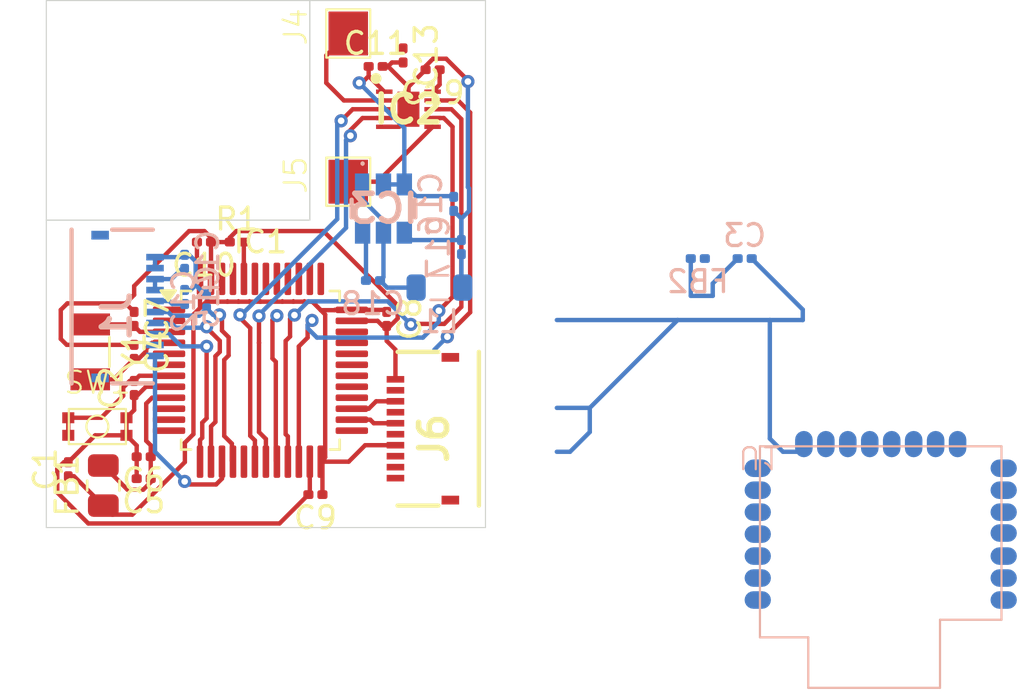
<source format=kicad_pcb>
(kicad_pcb (version 20241229) (generator "pcbnew") (generator_version "9.0")
  (layers (0 "F.Cu" signal) (2 "B.Cu" signal) (13 "F.Paste" user) (15 "B.Paste" user) (5 "F.SilkS" user "F.Silkscreen") (7 "B.SilkS" user "B.Silkscreen") (1 "F.Mask" user) (3 "B.Mask" user) (25 "Edge.Cuts" user))
  (net 0 "")
  (net 1 "+3.3V")
  (net 2 "GND")
  (net 3 "Net-(IC1-NRST)")
  (net 4 "Net-(C3-Pad2)")
  (net 5 "Net-(IC1-PC15-OSC32_OUT)")
  (net 6 "+3.3VA")
  (net 7 "Net-(IC1-PC14-OSC32_IN)")
  (net 8 "+5V")
  (net 9 "Net-(C12-Pad1)")
  (net 10 "DISP_ON{slash}OFF")
  (net 11 "Net-(IC2-BAT)")
  (net 12 "Net-(C17-Pad2)")
  (net 13 "Net-(IC3-BST)")
  (net 14 "VIN")
  (net 19 "BAT_INT")
  (net 20 "DISP_VCOM")
  (net 24 "DISP_MOSI")
  (net 27 "BAT_CE")
  (net 28 "DISP_SCS ")
  (net 29 "Net-(IC1-BOOT0)")
  (net 31 "PROG_SWCLK")
  (net 32 "BAT_SDA")
  (net 36 "PROG_SWDIO")
  (net 39 "BAT_GPO")
  (net 46 "DISP_SCK")
  (net 50 "BAT_SCL")
  (net 51 "Net-(IC2-TS{slash}MR)")
  (net 60 "BLE_NRST")
  (net 64 "BLE_RX")
  (net 70 "BLE_TX")
  (footprint "Resistor_SMD:R_0201_0603Metric" (layer "F.Cu") (at 147.175508 97.499475)
    (property "Reference" "R1")
    (property "Value" "10k")
  )
  (footprint "Capacitor_SMD:C_0201_0603Metric" (layer "F.Cu") (at 154.75 89 -90)
    (property "Reference" "C13")
    (property "Value" "1uF")
  )
  (footprint "Resistor_SMD:R_0805_2012Metric" (layer "F.Cu") (at 141.095631 108.588537 90)
    (property "Reference" "FB1")
    (property "Value" "FerriteBead")
  )
  (footprint "Capacitor_SMD:C_0201_0603Metric" (layer "F.Cu") (at 150.75499 109 180)
    (property "Reference" "C9")
    (property "Value" "100n")
  )
  (footprint "Capacitor_SMD:C_0201_0603Metric" (layer "F.Cu") (at 142.93539 108.274106 180)
    (property "Reference" "C5")
    (property "Value" "10nF")
  )
  (footprint "BQ25186DLHR:SON40P220X200X80-11N" (layer "F.Cu") (at 154.991446 91.45)
    (property "Reference" "IC2")
    (property "Value" "BQ25186DLHR" (hide yes))
  )
  (footprint "Capacitor_SMD:C_0201_0603Metric" (layer "F.Cu") (at 142.5 101 -90)
    (property "Reference" "C7")
    (property "Value" "10pF")
  )
  (footprint "Capacitor_SMD:C_0201_0603Metric" (layer "F.Cu") (at 142.93539 107.274106 180)
    (property "Reference" "C6")
    (property "Value" "1uF")
  )
  (footprint "Capacitor_SMD:C_0201_0603Metric" (layer "F.Cu") (at 154 101 -90)
    (property "Reference" "C8")
    (property "Value" "100n")
  )
  (footprint "AYF-531035:AYF531035" (layer "F.Cu") (at 154.5 106 90)
    (property "Reference" "J6")
    (property "Value" "AYF-531035" (hide yes))
  )
  (footprint "Capacitor_SMD:C_0201_0603Metric" (layer "F.Cu") (at 139.5 107.845 90)
    (property "Reference" "C1")
    (property "Value" "1uF")
  )
  (footprint "CUSTOM:SMD pad" (layer "F.Cu") (at 152.25 94.75 90)
    (property "Reference" "J5")
    (property "Value" "-")
  )
  (footprint "Package_QFP:LQFP-48_7x7mm_P0.5mm" (layer "F.Cu") (at 148.25 103.3375)
    (property "Reference" "IC1")
    (property "Value" "STM32L051C8T6")
  )
  (footprint "Capacitor_SMD:C_0201_0603Metric" (layer "F.Cu") (at 156.091446 89.65 180)
    (property "Reference" "C19")
    (property "Value" "1uF")
  )
  (footprint "Capacitor_SMD:C_0201_0603Metric" (layer "F.Cu") (at 145.68 97.5 180)
    (property "Reference" "C10")
    (property "Value" "100n")
  )
  (footprint "Capacitor_SMD:C_0201_0603Metric" (layer "F.Cu") (at 142.5 102.5 -90)
    (property "Reference" "C4")
    (property "Value" "10pF")
  )
  (footprint "CUSTOM:SMD pad" (layer "F.Cu") (at 152.25 88 90)
    (property "Reference" "J4")
    (property "Value" "+")
  )
  (footprint "Crystal:Crystal_SMD_3215-2Pin_3.2x1.5mm" (layer "F.Cu") (at 140.5 102.5 -90)
    (property "Reference" "Y1")
    (property "Value" "32,768k")
  )
  (footprint "CUSTOM:SWITCH small" (layer "F.Cu") (at 140.825 105.9)
    (property "Reference" "SW1")
    (property "Value" "SW_MEC_5G")
  )
  (footprint "Capacitor_SMD:C_0201_0603Metric" (layer "F.Cu") (at 153.5 89.5)
    (property "Reference" "C11")
    (property "Value" "10uF")
  )
  (footprint "Capacitor_SMD:C_0201_0603Metric" (layer "F.Cu") (at 142.5 104.144497 90)
    (property "Reference" "C2")
    (property "Value" "100nF")
  )
  (footprint "Inductor_SMD:L_0805_2012Metric" (layer "B.Cu") (at 156.40382 99.572467)
    (property "Reference" "L1")
    (property "Value" "4.9uH")
  )
  (footprint "Capacitor_SMD:C_0201_0603Metric" (layer "B.Cu") (at 153.37764 99.25)
    (property "Reference" "C18")
    (property "Value" "100nF")
  )
  (footprint "Resistor_SMD:R_0201_0603Metric" (layer "B.Cu") (at 168.17 98.25)
    (property "Reference" "FB2")
    (property "Value" "FerriteBead")
  )
  (footprint "AYF-531035:AYF531035" (layer "B.Cu") (at 143.35 100.435 90)
    (property "Reference" "J1")
    (property "Value" "AYF-531035" (hide yes))
  )
  (footprint "RYB080l:RYB080i" (layer "B.Cu") (at 171 106.8)
    (property "Reference" "U1")
    (property "Value" "RYB080I")
  )
  (footprint "Capacitor_SMD:C_0201_0603Metric" (layer "B.Cu") (at 144.8 100 90)
    (property "Reference" "C15")
    (property "Value" "1uF")
  )
  (footprint "Capacitor_SMD:C_0201_0603Metric" (layer "B.Cu") (at 157.054315 95.76083 -90)
    (property "Reference" "C16")
    (property "Value" "10uF")
  )
  (footprint "AP63203WU-7:AP63203WU7" (layer "B.Cu") (at 153.85382 95.973467)
    (property "Reference" "IC3")
    (property "Value" "AP63203WU-7" (hide yes))
  )
  (footprint "Capacitor_SMD:C_0201_0603Metric" (layer "B.Cu") (at 157.40382 97.727467 -90)
    (property "Reference" "C17")
    (property "Value" "2x 22uF")
  )
  (footprint "Capacitor_SMD:C_0201_0603Metric" (layer "B.Cu") (at 170.305 98.25 180)
    (property "Reference" "C3")
    (property "Value" "10uF")
  )
  (footprint "Capacitor_SMD:C_0201_0603Metric" (layer "B.Cu") (at 145.8 100.2 -90)
    (property "Reference" "C12")
    (property "Value" "0.1uF")
  )
  (footprint "Capacitor_SMD:C_0201_0603Metric" (layer "B.Cu") (at 144.8 98.4 90)
    (property "Reference" "C14")
    (property "Value" "1uF")
  )
  (gr_line (start 158.5 110.5) (end 158.5 86.5) (stroke (width 0.05)) (layer "Edge.Cuts"))
  (gr_line (start 158.5 86.5) (end 150.5 86.5) (stroke (width 0.05)) (layer "Edge.Cuts"))
  (gr_line (start 138.5 96.5) (end 138.5 110.5) (stroke (width 0.05)) (layer "Edge.Cuts"))
  (gr_rect (start 138.5 86.5) (end 150.5 96.5) (stroke (width 0.05)) (fill no) (layer "Edge.Cuts"))
  (gr_line (start 138.5 96.5) (end 150.5 96.5) (stroke (width 0.05)) (layer "Edge.Cuts"))
  (gr_line (start 150.5 96.5) (end 150.5 86.5) (stroke (width 0.05)) (layer "Edge.Cuts"))
  (gr_line (start 138.5 110.5) (end 158.5 110.5) (stroke (width 0.05)) (layer "Edge.Cuts"))
  (segment (start 149.267176 100.2135) (end 149.253676 100.2) (width 0.2) (layer "F.Cu") (net 1))
  (segment (start 153.021324 106.75) (end 152.271324 107.5) (width 0.2) (layer "F.Cu") (net 1))
  (segment (start 146.246324 100.2) (end 146.232824 100.2135) (width 0.2) (layer "F.Cu") (net 1))
  (segment (start 149.753676 100.2) (end 149.746324 100.2) (width 0.2) (layer "F.Cu") (net 1))
  (segment (start 148.753676 100.2) (end 148.746324 100.2) (width 0.2) (layer "F.Cu") (net 1))
  (segment (start 152.271324 107.5) (end 151 107.5) (width 0.2) (layer "F.Cu") (net 1))
  (segment (start 154 100.5875) (end 154.0125 100.5875) (width 0.2) (layer "F.Cu") (net 1))
  (segment (start 154.4 106.75) (end 153.021324 106.75) (width 0.2) (layer "F.Cu") (net 1))
  (segment (start 148.253676 100.2) (end 148.246324 100.2) (width 0.2) (layer "F.Cu") (net 1))
  (segment (start 152.4125 100.5875) (end 154 100.5875) (width 0.2) (layer "F.Cu") (net 1))
  (segment (start 151.641176 100.5875) (end 152.4125 100.5875) (width 0.2) (layer "F.Cu") (net 1))
  (segment (start 146.746324 100.2) (end 146.732824 100.2135) (width 0.2) (layer "F.Cu") (net 1))
  (segment (start 150.232824 100.2135) (end 149.767176 100.2135) (width 0.2) (layer "F.Cu") (net 1))
  (segment (start 151.2 100.8) (end 151 100.6) (width 0.2) (layer "F.Cu") (net 1))
  (segment (start 151 107.5) (end 151.2 107.3) (width 0.2) (layer "F.Cu") (net 1))
  (segment (start 146.253676 100.2) (end 146.246324 100.2) (width 0.2) (layer "F.Cu") (net 1))
  (segment (start 146.767176 100.2135) (end 146.753676 100.2) (width 0.2) (layer "F.Cu") (net 1))
  (segment (start 151.628676 100.6) (end 151.641176 100.5875) (width 0.2) (layer "F.Cu") (net 1))
  (segment (start 147.246324 100.2) (end 147.232824 100.2135) (width 0.2) (layer "F.Cu") (net 1))
  (segment (start 145.5 99.175) (end 145.5 98.5) (width 0.2) (layer "F.Cu") (net 1))
  (segment (start 144.809974 106.63635) (end 145.2 106.246324) (width 0.2) (layer "F.Cu") (net 1))
  (segment (start 147.767176 100.2135) (end 147.753676 100.2) (width 0.2) (layer "F.Cu") (net 1))
  (segment (start 147.232824 100.2135) (end 146.767176 100.2135) (width 0.2) (layer "F.Cu") (net 1))
  (segment (start 150.253676 100.2) (end 150.246324 100.2) (width 0.2) (layer "F.Cu") (net 1))
  (segment (start 150.246324 100.2) (end 150.232824 100.2135) (width 0.2) (layer "F.Cu") (net 1))
  (segment (start 145.5 98.5) (end 145.36 98.36) (width 0.2) (layer "F.Cu") (net 1))
  (segment (start 141.095631 109.501037) (end 141.507094 109.9125) (width 0.2) (layer "F.Cu") (net 1))
  (segment (start 149.253676 100.2) (end 149.246324 100.2) (width 0.2) (layer "F.Cu") (net 1))
  (segment (start 148.232824 100.2135) (end 147.767176 100.2135) (width 0.2) (layer "F.Cu") (net 1))
  (segment (start 151.07499 109) (end 151.07499 107.57499) (width 0.2) (layer "F.Cu") (net 1))
  (segment (start 149.232824 100.2135) (end 148.767176 100.2135) (width 0.2) (layer "F.Cu") (net 1))
  (segment (start 141.095631 109.501037) (end 139.759594 108.165) (width 0.2) (layer "F.Cu") (net 1))
  (segment (start 147.732824 100.2135) (end 147.267176 100.2135) (width 0.2) (layer "F.Cu") (net 1))
  (segment (start 139.759594 108.165) (end 139.5 108.165) (width 0.2) (layer "F.Cu") (net 1))
  (segment (start 146.753676 100.2) (end 146.746324 100.2) (width 0.2) (layer "F.Cu") (net 1))
  (segment (start 151.07499 107.57499) (end 151 107.5) (width 0.2) (layer "F.Cu") (net 1))
  (segment (start 151.2 107.3) (end 151.2 100.8) (width 0.2) (layer "F.Cu") (net 1))
  (segment (start 151 100.6) (end 150.6135 100.2135) (width 0.2) (layer "F.Cu") (net 1))
  (segment (start 147.253676 100.2) (end 147.246324 100.2) (width 0.2) (layer "F.Cu") (net 1))
  (segment (start 145.36 98.36) (end 145.36 97.5) (width 0.2) (layer "F.Cu") (net 1))
  (segment (start 141.507094 109.9125) (end 142.416866 109.9125) (width 0.2) (layer "F.Cu") (net 1))
  (segment (start 146.732824 100.2135) (end 146.267176 100.2135) (width 0.2) (layer "F.Cu") (net 1))
  (segment (start 149.732824 100.2135) (end 149.267176 100.2135) (width 0.2) (layer "F.Cu") (net 1))
  (segment (start 150.6135 100.2135) (end 150.267176 100.2135) (width 0.2) (layer "F.Cu") (net 1))
  (segment (start 145.2 100.8) (end 145.5 100.5) (width 0.2) (layer "F.Cu") (net 1))
  (segment (start 149.746324 100.2) (end 149.732824 100.2135) (width 0.2) (layer "F.Cu") (net 1))
  (segment (start 148.267176 100.2135) (end 148.253676 100.2) (width 0.2) (layer "F.Cu") (net 1))
  (segment (start 149.246324 100.2) (end 149.232824 100.2135) (width 0.2) (layer "F.Cu") (net 1))
  (segment (start 142.416866 109.9125) (end 144.809974 107.519392) (width 0.2) (layer "F.Cu") (net 1))
  (segment (start 145.5 100.5) (end 145.5 99.175) (width 0.2) (layer "F.Cu") (net 1))
  (segment (start 147.746324 100.2) (end 147.732824 100.2135) (width 0.2) (layer "F.Cu") (net 1))
  (segment (start 149.767176 100.2135) (end 149.753676 100.2) (width 0.2) (layer "F.Cu") (net 1))
  (segment (start 146.232824 100.2135) (end 145.7865 100.2135) (width 0.2) (layer "F.Cu") (net 1))
  (segment (start 148.767176 100.2135) (end 148.753676 100.2) (width 0.2) (layer "F.Cu") (net 1))
  (segment (start 154 100.68) (end 154 100.5875) (width 0.2) (layer "F.Cu") (net 1))
  (segment (start 145.2 106.246324) (end 145.2 100.8) (width 0.2) (layer "F.Cu") (net 1))
  (segment (start 147.267176 100.2135) (end 147.253676 100.2) (width 0.2) (layer "F.Cu") (net 1))
  (segment (start 147.753676 100.2) (end 147.746324 100.2) (width 0.2) (layer "F.Cu") (net 1))
  (segment (start 145.7865 100.2135) (end 145.5 100.5) (width 0.2) (layer "F.Cu") (net 1))
  (segment (start 150.267176 100.2135) (end 150.253676 100.2) (width 0.2) (layer "F.Cu") (net 1))
  (segment (start 148.746324 100.2) (end 148.732824 100.2135) (width 0.2) (layer "F.Cu") (net 1))
  (segment (start 148.246324 100.2) (end 148.232824 100.2135) (width 0.2) (layer "F.Cu") (net 1))
  (segment (start 151 100.6) (end 151.628676 100.6) (width 0.2) (layer "F.Cu") (net 1))
  (segment (start 144.809974 107.519392) (end 144.809974 106.63635) (width 0.2) (layer "F.Cu") (net 1))
  (segment (start 146.267176 100.2135) (end 146.253676 100.2) (width 0.2) (layer "F.Cu") (net 1))
  (segment (start 148.732824 100.2135) (end 148.267176 100.2135) (width 0.2) (layer "F.Cu") (net 1))
  (segment (start 153.85382 99.09382) (end 153.69764 99.25) (width 0.2) (layer "B.Cu") (net 1))
  (segment (start 155.34132 99.572467) (end 154.020107 99.572467) (width 0.2) (layer "B.Cu") (net 1))
  (segment (start 152.90382 95.574467) (end 153.85382 96.524467) (width 0.2) (layer "B.Cu") (net 1))
  (segment (start 144.665 98.72) (end 144.8 98.72) (width 0.2) (layer "B.Cu") (net 1))
  (segment (start 153.85382 96.524467) (end 153.85382 97.072467) (width 0.2) (layer "B.Cu") (net 1))
  (segment (start 154.020107 99.572467) (end 153.69764 99.25) (width 0.2) (layer "B.Cu") (net 1))
  (segment (start 144.2 99.185) (end 144.665 98.72) (width 0.2) (layer "B.Cu") (net 1))
  (segment (start 152.90382 94.874467) (end 152.90382 95.574467) (width 0.2) (layer "B.Cu") (net 1))
  (segment (start 153.85382 97.072467) (end 153.85382 99.09382) (width 0.2) (layer "B.Cu") (net 1))
  (segment (start 143.45 99.685) (end 143.45 99.185) (width 0.2) (layer "B.Cu") (net 1))
  (segment (start 143.45 99.185) (end 144.2 99.185) (width 0.2) (layer "B.Cu") (net 1))
  (segment (start 156.710316 89.149) (end 156.112576 89.149) (width 0.2) (layer "F.Cu") (net 2))
  (segment (start 142.5 105.15) (end 142.15 105.5) (width 0.2) (layer "F.Cu") (net 2))
  (segment (start 154 102) (end 154.4 102.4) (width 0.2) (layer "F.Cu") (net 2))
  (segment (start 157.7 90.188684) (end 157.7 90.138684) (width 0.2) (layer "F.Cu") (net 2))
  (segment (start 154 101.32) (end 154 102) (width 0.2) (layer "F.Cu") (net 2))
  (segment (start 139.5 107.525) (end 140.725 106.3) (width 0.2) (layer "F.Cu") (net 2))
  (segment (start 154.061446 89.5) (end 154.991446 90.43) (width 0.2) (layer "F.Cu") (net 2))
  (segment (start 138.999 107.826001) (end 139.300001 107.525) (width 0.2) (layer "F.Cu") (net 2))
  (segment (start 142.61539 107.274106) (end 142.61539 108.274106) (width 0.2) (layer "F.Cu") (net 2))
  (segment (start 156.112576 89.149) (end 155.771446 89.49013) (width 0.2) (layer "F.Cu") (net 2))
  (segment (start 153.82 101.32) (end 154 101.32) (width 0.2) (layer "F.Cu") (net 2))
  (segment (start 142.5 104.464497) (end 142.5 105.15) (width 0.2) (layer "F.Cu") (net 2))
  (segment (start 144.0875 104.0875) (end 143.036867 104.0875) (width 0.2) (layer "F.Cu") (net 2))
  (segment (start 154.991446 91.45) (end 154.991446 91.827) (width 0.2) (layer "F.Cu") (net 2))
  (segment (start 140.410471 110.314537) (end 138.999 108.903066) (width 0.2) (layer "F.Cu") (net 2))
  (segment (start 150.5 108.93499) (end 149.120453 110.314537) (width 0.2) (layer "F.Cu") (net 2))
  (segment (start 154.568446 92.25) (end 153.891446 92.25) (width 0.2) (layer "F.Cu") (net 2))
  (segment (start 143.036867 104.0875) (end 142.65987 104.464497) (width 0.2) (layer "F.Cu") (net 2))
  (segment (start 153.82 89.5) (end 154.061446 89.5) (width 0.2) (layer "F.Cu") (net 2))
  (segment (start 154.75 89.32) (end 154.241446 89.32) (width 0.2) (layer "F.Cu") (net 2))
  (segment (start 150.43499 109) (end 150.5 108.93499) (width 0.2) (layer "F.Cu") (net 2))
  (segment (start 142.111516 100.291516) (end 139.456484 100.291516) (width 0.2) (layer "F.Cu") (net 2))
  (segment (start 146 97.300001) (end 146 97.5) (width 0.2) (layer "F.Cu") (net 2))
  (segment (start 149.120453 110.314537) (end 140.410471 110.314537) (width 0.2) (layer "F.Cu") (net 2))
  (segment (start 147.156509 96.998475) (end 146.855508 97.299476) (width 0.2) (layer "F.Cu") (net 2))
  (segment (start 153.5875 101.0875) (end 152.4125 101.0875) (width 0.2) (layer "F.Cu") (net 2))
  (segment (start 142.5 102.18) (end 139.428 102.18) (width 0.2) (layer "F.Cu") (net 2))
  (segment (start 142.111516 100.291516) (end 142.5 100.68) (width 0.2) (layer "F.Cu") (net 2))
  (segment (start 145.001 96.999) (end 145.698999 96.999) (width 0.2) (layer "F.Cu") (net 2))
  (segment (start 139.456484 100.291516) (end 139.157786 100.590214) (width 0.2) (layer "F.Cu") (net 2))
  (segment (start 150.5 108.93499) (end 150.5 107.5) (width 0.2) (layer "F.Cu") (net 2))
  (segment (start 154.241446 89.32) (end 154.061446 89.5) (width 0.2) (layer "F.Cu") (net 2))
  (segment (start 140.725 106.3) (end 142.15 106.3) (width 0.2) (layer "F.Cu") (net 2))
  (segment (start 154.991446 90.45) (end 154.991446 91.45) (width 0.2) (layer "F.Cu") (net 2))
  (segment (start 153.5875 101.0875) (end 153.82 101.32) (width 0.2) (layer "F.Cu") (net 2))
  (segment (start 154.15987 101.32) (end 154.501 100.97887) (width 0.2) (layer "F.Cu") (net 2))
  (segment (start 142.5 99.903032) (end 142.5 99.5) (width 0.2) (layer "F.Cu") (net 2))
  (segment (start 146.855508 97.299476) (end 146.855508 97.499475) (width 0.2) (layer "F.Cu") (net 2))
  (segment (start 155.771446 89.49013) (end 155.771446 89.65) (width 0.2) (layer "F.Cu") (net 2))
  (segment (start 146 99.175) (end 146 97.5) (width 0.2) (layer "F.Cu") (net 2))
  (segment (start 154.991446 91.827) (end 154.568446 92.25) (width 0.2) (layer "F.Cu") (net 2))
  (segment (start 145.698999 96.999) (end 146 97.300001) (width 0.2) (layer "F.Cu") (net 2))
  (segment (start 151.118345 96.998475) (end 147.156509 96.998475) (width 0.2) (layer "F.Cu") (net 2))
  (segment (start 139.157786 100.590214) (end 139.157786 101.909786) (width 0.2) (layer "F.Cu") (net 2))
  (segment (start 155.771446 89.65) (end 154.991446 90.43) (width 0.2) (layer "F.Cu") (net 2))
  (segment (start 142.61539 107.274106) (end 142.61539 106.76539) (width 0.2) (layer "F.Cu") (net 2))
  (segment (start 138.999 108.903066) (end 138.999 107.826001) (width 0.2) (layer "F.Cu") (net 2))
  (segment (start 154.501 100.97887) (end 154.501 100.38113) (width 0.2) (layer "F.Cu") (net 2))
  (segment (start 142.65987 104.464497) (end 142.5 104.464497) (width 0.2) (layer "F.Cu") (net 2))
  (segment (start 139.428 102.18) (end 139.157786 101.909786) (width 0.2) (layer "F.Cu") (net 2))
  (segment (start 142.5 99.5) (end 145.001 96.999) (width 0.2) (layer "F.Cu") (net 2))
  (segment (start 157.7 90.138684) (end 156.710316 89.149) (width 0.2) (layer "F.Cu") (net 2))
  (segment (start 154 101.32) (end 154.15987 101.32) (width 0.2) (layer "F.Cu") (net 2))
  (segment (start 154.501 100.38113) (end 151.118345 96.998475) (width 0.2) (layer "F.Cu") (net 2))
  (segment (start 154.991446 90.43) (end 154.991446 91.45) (width 0.2) (layer "F.Cu") (net 2))
  (segment (start 142.15 105.5) (end 142.15 106.3) (width 0.2) (layer "F.Cu") (net 2))
  (segment (start 146 97.5) (end 146.854983 97.5) (width 0.2) (layer "F.Cu") (net 2))
  (segment (start 146.854983 97.5) (end 146.855508 97.499475) (width 0.2) (layer "F.Cu") (net 2))
  (segment (start 142.111516 100.291516) (end 142.5 99.903032) (width 0.2) (layer "F.Cu") (net 2))
  (segment (start 154.4 102.4) (end 154.4 103.75) (width 0.2) (layer "F.Cu") (net 2))
  (segment (start 139.300001 107.525) (end 139.5 107.525) (width 0.2) (layer "F.Cu") (net 2))
  (segment (start 142.61539 106.76539) (end 142.15 106.3) (width 0.2) (layer "F.Cu") (net 2))
  (via (at 157.7 90.188684) (size 0.6) (drill 0.3) (layers "F.Cu" "B.Cu") (net 2))
  (segment (start 172.95 107.05) (end 172.05 107.05) (width 0.2) (layer "B.Cu") (net 2))
  (segment (start 171.45 101.05) (end 172.95 101.05) (width 0.2) (layer "B.Cu") (net 2))
  (segment (start 170.625 98.25) (end 172.95 100.575) (width 0.2) (layer "B.Cu") (net 2))
  (segment (start 167.25 101.05) (end 171.45 101.05) (width 0.2) (layer "B.Cu") (net 2))
  (segment (start 157.40382 97.407467) (end 155.13882 97.407467) (width 0.2) (layer "B.Cu") (net 2))
  (segment (start 157.7 90.188684) (end 157.7 95) (width 0.2) (layer "B.Cu") (net 2))
  (segment (start 161.75 105.05) (end 163.25 105.05) (width 0.2) (layer "B.Cu") (net 2))
  (segment (start 171.45 106.45) (end 171.45 101.05) (width 0.2) (layer "B.Cu") (net 2))
  (segment (start 157.7 95) (end 157.75 95.05) (width 0.2) (layer "B.Cu") (net 2))
  (segment (start 157.75 96.084155) (end 157.40382 96.430335) (width 0.2) (layer "B.Cu") (net 2))
  (segment (start 155.13882 97.407467) (end 154.80382 97.072467) (width 0.2) (layer "B.Cu") (net 2))
  (segment (start 163.25 105.05) (end 167.25 101.05) (width 0.2) (layer "B.Cu") (net 2))
  (segment (start 172.95 100.575) (end 172.95 101.05) (width 0.2) (layer "B.Cu") (net 2))
  (segment (start 162.349999 107.05) (end 163.25 106.149999) (width 0.2) (layer "B.Cu") (net 2))
  (segment (start 172.05 107.05) (end 171.45 106.45) (width 0.2) (layer "B.Cu") (net 2))
  (segment (start 157.054315 96.08083) (end 157.40382 96.430335) (width 0.2) (layer "B.Cu") (net 2))
  (segment (start 157.40382 96.430335) (end 157.40382 97.407467) (width 0.2) (layer "B.Cu") (net 2))
  (segment (start 157.75 95.05) (end 157.75 96.084155) (width 0.2) (layer "B.Cu") (net 2))
  (segment (start 161.75 101.05) (end 167.25 101.05) (width 0.2) (layer "B.Cu") (net 2))
  (segment (start 163.25 106.149999) (end 163.25 105.05) (width 0.2) (layer "B.Cu") (net 2))
  (segment (start 161.75 107.05) (end 162.349999 107.05) (width 0.2) (layer "B.Cu") (net 2))
  (segment (start 139.5 106.3) (end 139.5 105.5) (width 0.2) (layer "F.Cu") (net 3))
  (segment (start 142.300001 103.824497) (end 142 104.124498) (width 0.2) (layer "F.Cu") (net 3))
  (segment (start 142.5 103.824497) (end 142.300001 103.824497) (width 0.2) (layer "F.Cu") (net 3))
  (segment (start 142.5 103.824497) (end 142.736997 103.5875) (width 0.2) (layer "F.Cu") (net 3))
  (segment (start 142 104.5) (end 141 105.5) (width 0.2) (layer "F.Cu") (net 3))
  (segment (start 142.736997 103.5875) (end 144.0875 103.5875) (width 0.2) (layer "F.Cu") (net 3))
  (segment (start 141 105.5) (end 139.5 105.5) (width 0.2) (layer "F.Cu") (net 3))
  (segment (start 142 104.124498) (end 142 104.5) (width 0.2) (layer "F.Cu") (net 3))
  (segment (start 167.85 99.95) (end 167.85 98.25) (width 0.2) (layer "B.Cu") (net 4))
  (segment (start 169.985 98.25) (end 168.85 99.385) (width 0.2) (layer "B.Cu") (net 4))
  (segment (start 168.85 99.95) (end 167.85 99.95) (width 0.2) (layer "B.Cu") (net 4))
  (segment (start 168.85 99.385) (end 168.85 99.95) (width 0.2) (layer "B.Cu") (net 4))
  (segment (start 143.316176 102.0875) (end 144.0875 102.0875) (width 0.2) (layer "F.Cu") (net 5))
  (segment (start 142.5 102.82) (end 142.699999 102.82) (width 0.2) (layer "F.Cu") (net 5))
  (segment (start 143.049 102.354676) (end 143.316176 102.0875) (width 0.2) (layer "F.Cu") (net 5))
  (segment (start 141.57 103.75) (end 142.5 102.82) (width 0.2) (layer "F.Cu") (net 5))
  (segment (start 140.5 103.75) (end 141.57 103.75) (width 0.2) (layer "F.Cu") (net 5))
  (segment (start 143.049 102.470999) (end 143.049 102.354676) (width 0.2) (layer "F.Cu") (net 5))
  (segment (start 142.699999 102.82) (end 143.049 102.470999) (width 0.2) (layer "F.Cu") (net 5))
  (segment (start 143.316176 104.5875) (end 144.0875 104.5875) (width 0.2) (layer "F.Cu") (net 6))
  (segment (start 143.25539 108.274106) (end 143.25539 108.433976) (width 0.2) (layer "F.Cu") (net 6))
  (segment (start 143.25539 107.274106) (end 143.25539 106.75539) (width 0.2) (layer "F.Cu") (net 6))
  (segment (start 143.049 106.549) (end 143.049 104.854676) (width 0.2) (layer "F.Cu") (net 6))
  (segment (start 143.049 104.854676) (end 143.316176 104.5875) (width 0.2) (layer "F.Cu") (net 6))
  (segment (start 143.25539 107.274106) (end 143.25539 108.274106) (width 0.2) (layer "F.Cu") (net 6))
  (segment (start 142.1947 108.775106) (end 141.095631 107.676037) (width 0.2) (layer "F.Cu") (net 6))
  (segment (start 143.25539 106.75539) (end 143.049 106.549) (width 0.2) (layer "F.Cu") (net 6))
  (segment (start 142.91426 108.775106) (end 142.1947 108.775106) (width 0.2) (layer "F.Cu") (net 6))
  (segment (start 143.25539 108.433976) (end 142.91426 108.775106) (width 0.2) (layer "F.Cu") (net 6))
  (segment (start 144.237 100.32) (end 144.102 100.185) (width 0.2) (layer "B.Cu") (net 6))
  (segment (start 144.102 100.185) (end 143.45 100.185) (width 0.2) (layer "B.Cu") (net 6))
  (segment (start 144.8 100.32) (end 144.237 100.32) (width 0.2) (layer "B.Cu") (net 6))
  (segment (start 142.7675 101.5875) (end 144.0875 101.5875) (width 0.2) (layer "F.Cu") (net 7))
  (segment (start 142.43 101.25) (end 142.5 101.32) (width 0.2) (layer "F.Cu") (net 7))
  (segment (start 140.5 101.25) (end 142.43 101.25) (width 0.2) (layer "F.Cu") (net 7))
  (segment (start 142.5 101.32) (end 142.7675 101.5875) (width 0.2) (layer "F.Cu") (net 7))
  (segment (start 153.891446 90.65) (end 153.18 89.938554) (width 0.2) (layer "F.Cu") (net 8))
  (segment (start 153.18 89.938554) (end 153.18 89.5) (width 0.2) (layer "F.Cu") (net 8))
  (segment (start 152.75 90.25) (end 152.868554 90.25) (width 0.2) (layer "F.Cu") (net 8))
  (segment (start 152.868554 90.25) (end 153.18 89.938554) (width 0.2) (layer "F.Cu") (net 8))
  (via (at 152.75 90.25) (size 0.6) (drill 0.3) (layers "F.Cu" "B.Cu") (net 8))
  (segment (start 154.80382 92.30382) (end 154.80382 94.874467) (width 0.2) (layer "B.Cu") (net 8))
  (segment (start 152.75 90.25) (end 154.80382 92.30382) (width 0.2) (layer "B.Cu") (net 8))
  (segment (start 157.054315 95.44083) (end 157.020952 95.407467) (width 0.2) (layer "B.Cu") (net 8))
  (segment (start 157.020952 95.407467) (end 155.33682 95.407467) (width 0.2) (layer "B.Cu") (net 8))
  (segment (start 153.85382 94.874467) (end 154.80382 94.874467) (width 0.2) (layer "B.Cu") (net 8))
  (segment (start 155.33682 95.407467) (end 154.80382 94.874467) (width 0.2) (layer "B.Cu") (net 8))
  (segment (start 145.8 99.88) (end 145.722 99.88) (width 0.2) (layer "B.Cu") (net 9))
  (segment (start 144.999999 98.08) (end 144.8 98.08) (width 0.2) (layer "B.Cu") (net 9))
  (segment (start 145.301 99.459) (end 145.301 98.381001) (width 0.2) (layer "B.Cu") (net 9))
  (segment (start 143.45 98.185) (end 144.57 98.185) (width 0.2) (layer "B.Cu") (net 9))
  (segment (start 145.08 99.68) (end 145.301 99.459) (width 0.2) (layer "B.Cu") (net 9))
  (segment (start 144.8 99.68) (end 145.08 99.68) (width 0.2) (layer "B.Cu") (net 9))
  (segment (start 144.57 98.185) (end 144.675 98.08) (width 0.2) (layer "B.Cu") (net 9))
  (segment (start 145.301 98.381001) (end 144.999999 98.08) (width 0.2) (layer "B.Cu") (net 9))
  (segment (start 143.45 98.685) (end 143.45 98.185) (width 0.2) (layer "B.Cu") (net 9))
  (segment (start 144.675 98.08) (end 144.8 98.08) (width 0.2) (layer "B.Cu") (net 9))
  (segment (start 145.722 99.88) (end 145.301 99.459) (width 0.2) (layer "B.Cu") (net 9))
  (segment (start 146.602 102.86357) (end 146.602 106.330676) (width 0.2) (layer "F.Cu") (net 10))
  (segment (start 146.5 100.925719) (end 146.5 101.531484) (width 0.2) (layer "F.Cu") (net 10))
  (segment (start 146.602 106.330676) (end 146.951 106.679676) (width 0.2) (layer "F.Cu") (net 10))
  (segment (start 146.5 101.531484) (end 146.802 101.833484) (width 0.2) (layer "F.Cu") (net 10))
  (segment (start 146.951 106.679676) (end 146.951 107.451) (width 0.2) (layer "F.Cu") (net 10))
  (segment (start 146.951 107.451) (end 147 107.5) (width 0.2) (layer "F.Cu") (net 10))
  (segment (start 146.802 101.833484) (end 146.802 102.66357) (width 0.2) (layer "F.Cu") (net 10))
  (segment (start 146.802 102.66357) (end 146.602 102.86357) (width 0.2) (layer "F.Cu") (net 10))
  (segment (start 146.387781 100.8135) (end 146.5 100.925719) (width 0.2) (layer "F.Cu") (net 10))
  (via (at 146.387781 100.8135) (size 0.6) (drill 0.3) (layers "F.Cu" "B.Cu") (net 10))
  (segment (start 144.05 100.685) (end 143.45 100.685) (width 0.2) (layer "B.Cu") (net 10))
  (segment (start 145.8 100.52) (end 145.469 100.851) (width 0.2) (layer "B.Cu") (net 10))
  (segment (start 144.216 100.851) (end 144.05 100.685) (width 0.2) (layer "B.Cu") (net 10))
  (segment (start 146.0935 100.8135) (end 145.8 100.52) (width 0.2) (layer "B.Cu") (net 10))
  (segment (start 146.387781 100.8135) (end 146.0935 100.8135) (width 0.2) (layer "B.Cu") (net 10))
  (segment (start 145.469 100.851) (end 144.216 100.851) (width 0.2) (layer "B.Cu") (net 10))
  (segment (start 152.25 88) (end 151.25 89) (width 0.2) (layer "F.Cu") (net 11))
  (segment (start 152.68 88.07) (end 152.25 88.5) (width 0.2) (layer "F.Cu") (net 11))
  (segment (start 153.891446 91.05) (end 152.05 91.05) (width 0.2) (layer "F.Cu") (net 11))
  (segment (start 151.25 89) (end 151.25 90.25) (width 0.2) (layer "F.Cu") (net 11))
  (segment (start 152.05 91.05) (end 151.25 90.25) (width 0.2) (layer "F.Cu") (net 11))
  (segment (start 157.40382 98.047467) (end 157.40382 99.509967) (width 0.2) (layer "B.Cu") (net 12))
  (segment (start 157.40382 99.509967) (end 157.46632 99.572467) (width 0.2) (layer "B.Cu") (net 12))
  (segment (start 153.05764 97.226287) (end 152.90382 97.072467) (width 0.2) (layer "B.Cu") (net 13))
  (segment (start 153.05764 99.25) (end 153.05764 97.226287) (width 0.2) (layer "B.Cu") (net 13))
  (segment (start 156.411446 90.33) (end 156.411446 89.65) (width 0.2) (layer "F.Cu") (net 14))
  (segment (start 156.091446 90.65) (end 156.411446 90.33) (width 0.2) (layer "F.Cu") (net 14))
  (segment (start 148.951 107.451) (end 149 107.5) (width 0.2) (layer "F.Cu") (net 19))
  (segment (start 148.799 101.049529) (end 148.799 102.8) (width 0.2) (layer "F.Cu") (net 19))
  (segment (start 156.091446 91.05) (end 157.25 91.05) (width 0.2) (layer "F.Cu") (net 19))
  (segment (start 157.802 100.698) (end 157.802 91.602) (width 0.2) (layer "F.Cu") (net 19))
  (segment (start 157.802 91.602) (end 157.25 91.05) (width 0.2) (layer "F.Cu") (net 19))
  (segment (start 148.951 102.952) (end 148.951 107.451) (width 0.2) (layer "F.Cu") (net 19))
  (segment (start 156.764279 101.764279) (end 156.75 101.75) (width 0.2) (layer "F.Cu") (net 19))
  (segment (start 149.000357 100.848172) (end 148.799 101.049529) (width 0.2) (layer "F.Cu") (net 19))
  (segment (start 156.764279 101.809358) (end 156.764279 101.764279) (width 0.2) (layer "F.Cu") (net 19))
  (segment (start 156.75 101.75) (end 157.802 100.698) (width 0.2) (layer "F.Cu") (net 19))
  (segment (start 148.799 102.8) (end 148.951 102.952) (width 0.2) (layer "F.Cu") (net 19))
  (via (at 149.000357 100.848172) (size 0.6) (drill 0.3) (layers "F.Cu" "B.Cu") (net 19))
  (via (at 156.764279 101.809358) (size 0.6) (drill 0.3) (layers "F.Cu" "B.Cu") (net 19))
  (segment (start 156.173637 102.4) (end 156.764279 101.809358) (width 0.2) (layer "B.Cu") (net 19))
  (segment (start 146.002 107.498) (end 146.002 105.889365) (width 0.2) (layer "F.Cu") (net 20))
  (segment (start 146.201 102.69747) (end 146.201 105.690365) (width 0.2) (layer "F.Cu") (net 20))
  (segment (start 146.401 101.999584) (end 146.401 102.49747) (width 0.2) (layer "F.Cu") (net 20))
  (segment (start 146.401 102.49747) (end 146.201 102.69747) (width 0.2) (layer "F.Cu") (net 20))
  (segment (start 145.8 101.4) (end 146.047527 101.647527) (width 0.2) (layer "F.Cu") (net 20))
  (segment (start 146.002 105.889365) (end 146.201 105.690365) (width 0.2) (layer "F.Cu") (net 20))
  (segment (start 146 107.5) (end 146.002 107.498) (width 0.2) (layer "F.Cu") (net 20))
  (segment (start 146.047527 101.647527) (end 146.048943 101.647527) (width 0.2) (layer "F.Cu") (net 20))
  (segment (start 145.8 101.356191) (end 145.8 101.4) (width 0.2) (layer "F.Cu") (net 20))
  (segment (start 146.048943 101.647527) (end 146.401 101.999584) (width 0.2) (layer "F.Cu") (net 20))
  (via (at 145.8 101.356191) (size 0.6) (drill 0.3) (layers "F.Cu" "B.Cu") (net 20))
  (segment (start 144.252 101.252) (end 144.0499 101.252) (width 0.2) (layer "B.Cu") (net 20))
  (segment (start 144.4 101.4) (end 144.252 101.252) (width 0.2) (layer "B.Cu") (net 20))
  (segment (start 144.0499 101.252) (end 143.9829 101.185) (width 0.2) (layer "B.Cu") (net 20))
  (segment (start 145.756191 101.4) (end 144.4 101.4) (width 0.2) (layer "B.Cu") (net 20))
  (segment (start 143.9829 101.185) (end 143.45 101.185) (width 0.2) (layer "B.Cu") (net 20))
  (segment (start 145.8 101.356191) (end 145.756191 101.4) (width 0.2) (layer "B.Cu") (net 20))
  (segment (start 148.185198 102.086122) (end 148.186196 102.08712) (width 0.2) (layer "F.Cu") (net 27))
  (segment (start 148.185198 100.863332) (end 148.185198 102.086122) (width 0.2) (layer "F.Cu") (net 27))
  (segment (start 152.348 92.402) (end 152.9 91.85) (width 0.2) (layer "F.Cu") (net 27))
  (segment (start 148.186196 106.153622) (end 148.5 106.467426) (width 0.2) (layer "F.Cu") (net 27))
  (segment (start 152.9 91.85) (end 153.891446 91.85) (width 0.2) (layer "F.Cu") (net 27))
  (segment (start 152.348 92.656113) (end 152.348 92.402) (width 0.2) (layer "F.Cu") (net 27))
  (segment (start 148.186196 102.08712) (end 148.186196 106.153622) (width 0.2) (layer "F.Cu") (net 27))
  (segment (start 148.5 106.467426) (end 148.5 107.5) (width 0.2) (layer "F.Cu") (net 27))
  (via (at 148.185198 100.863332) (size 0.6) (drill 0.3) (layers "F.Cu" "B.Cu") (net 27))
  (via (at 152.348 92.656113) (size 0.6) (drill 0.3) (layers "F.Cu" "B.Cu") (net 27))
  (segment (start 152.149 92.855113) (end 152.348 92.656113) (width 0.2) (layer "B.Cu") (net 27))
  (segment (start 148.185198 100.863332) (end 148.185198 100.814802) (width 0.2) (layer "B.Cu") (net 27))
  (segment (start 148.185198 100.814802) (end 152.149 96.851) (width 0.2) (layer "B.Cu") (net 27))
  (segment (start 152.149 96.851) (end 152.149 92.855113) (width 0.2) (layer "B.Cu") (net 27))
  (segment (start 145.8 105.524265) (end 145.601 105.723265) (width 0.2) (layer "F.Cu") (net 28))
  (segment (start 145.5 106.513424) (end 145.5 107.5) (width 0.2) (layer "F.Cu") (net 28))
  (segment (start 145.8 102.248527) (end 145.8 105.524265) (width 0.2) (layer "F.Cu") (net 28))
  (segment (start 145.601 106.412424) (end 145.5 106.513424) (width 0.2) (layer "F.Cu") (net 28))
  (segment (start 145.601 105.723265) (end 145.601 106.412424) (width 0.2) (layer "F.Cu") (net 28))
  (via (at 145.8 102.248527) (size 0.6) (drill 0.3) (layers "F.Cu" "B.Cu") (net 28))
  (segment (start 145.8 102.248527) (end 144.648527 102.248527) (width 0.2) (layer "B.Cu") (net 28))
  (segment (start 144.648527 102.248527) (end 144.085 101.685) (width 0.2) (layer "B.Cu") (net 28))
  (segment (start 144.085 101.685) (end 143.45 101.685) (width 0.2) (layer "B.Cu") (net 28))
  (segment (start 147.5 98.403676) (end 147.5 99.175) (width 0.2) (layer "F.Cu") (net 29))
  (segment (start 147.495508 99.170508) (end 147.5 99.175) (width 0.2) (layer "F.Cu") (net 29))
  (segment (start 147.495508 97.499475) (end 147.495508 99.170508) (width 0.2) (layer "F.Cu") (net 29))
  (segment (start 153.521324 104.75) (end 153.183824 105.0875) (width 0.2) (layer "F.Cu") (net 31))
  (segment (start 153.183824 105.0875) (end 152.4125 105.0875) (width 0.2) (layer "F.Cu") (net 31))
  (segment (start 154.4 104.75) (end 153.521324 104.75) (width 0.2) (layer "F.Cu") (net 31))
  (segment (start 157 92.25) (end 156.6 91.85) (width 0.2) (layer "F.Cu") (net 32))
  (segment (start 157 100) (end 157 92.25) (width 0.2) (layer "F.Cu") (net 32))
  (segment (start 150.4 101.266523) (end 150.4 101.85) (width 0.2) (layer "F.Cu") (net 32))
  (segment (start 150 102.25) (end 150 107.5) (width 0.2) (layer "F.Cu") (net 32))
  (segment (start 150.6 101.066523) (end 150.4 101.266523) (width 0.2) (layer "F.Cu") (net 32))
  (segment (start 150.4 101.85) (end 150 102.25) (width 0.2) (layer "F.Cu") (net 32))
  (segment (start 156.6 91.85) (end 156.091446 91.85) (width 0.2) (layer "F.Cu") (net 32))
  (segment (start 156.375 100.625) (end 157 100) (width 0.2) (layer "F.Cu") (net 32))
  (via (at 150.6 101.066523) (size 0.6) (drill 0.3) (layers "F.Cu" "B.Cu") (net 32))
  (via (at 156.375 100.625) (size 0.6) (drill 0.3) (layers "F.Cu" "B.Cu") (net 32))
  (segment (start 156.375 101.125) (end 156.375 100.625) (width 0.2) (layer "B.Cu") (net 32))
  (segment (start 150.825735 101.85) (end 155.65 101.85) (width 0.2) (layer "B.Cu") (net 32))
  (segment (start 155.65 101.85) (end 156.375 101.125) (width 0.2) (layer "B.Cu") (net 32))
  (segment (start 150.4 101.424265) (end 150.825735 101.85) (width 0.2) (layer "B.Cu") (net 32))
  (segment (start 150.4 101.266523) (end 150.4 101.424265) (width 0.2) (layer "B.Cu") (net 32))
  (segment (start 150.6 101.066523) (end 150.4 101.266523) (width 0.2) (layer "B.Cu") (net 32))
  (segment (start 154.4 105.75) (end 153.413424 105.75) (width 0.2) (layer "F.Cu") (net 36))
  (segment (start 153.413424 105.75) (end 153.250924 105.5875) (width 0.2) (layer "F.Cu") (net 36))
  (segment (start 153.250924 105.5875) (end 152.4125 105.5875) (width 0.2) (layer "F.Cu") (net 36))
  (segment (start 148 106.534526) (end 148 107.5) (width 0.2) (layer "F.Cu") (net 39))
  (segment (start 147.785196 101.414804) (end 147.785196 106.319722) (width 0.2) (layer "F.Cu") (net 39))
  (segment (start 152.451471 91.45) (end 151.925734 91.975737) (width 0.2) (layer "F.Cu") (net 39))
  (segment (start 147.31965 100.8135) (end 147.31965 100.949258) (width 0.2) (layer "F.Cu") (net 39))
  (segment (start 153.891446 91.45) (end 152.451471 91.45) (width 0.2) (layer "F.Cu") (net 39))
  (segment (start 147.31965 100.949258) (end 147.785196 101.414804) (width 0.2) (layer "F.Cu") (net 39))
  (segment (start 147.785196 106.319722) (end 148 106.534526) (width 0.2) (layer "F.Cu") (net 39))
  (via (at 151.925734 91.975737) (size 0.6) (drill 0.3) (layers "F.Cu" "B.Cu") (net 39))
  (via (at 147.31965 100.8135) (size 0.6) (drill 0.3) (layers "F.Cu" "B.Cu") (net 39))
  (segment (start 147.31965 100.8135) (end 147.3865 100.8135) (width 0.2) (layer "B.Cu") (net 39))
  (segment (start 151.748 96.452) (end 151.748 92.153471) (width 0.2) (layer "B.Cu") (net 39))
  (segment (start 147.3865 100.8135) (end 151.748 96.452) (width 0.2) (layer "B.Cu") (net 39))
  (segment (start 151.748 92.153471) (end 151.925734 91.975737) (width 0.2) (layer "B.Cu") (net 39))
  (segment (start 146.5 107.5) (end 146.5 108.271324) (width 0.2) (layer "F.Cu") (net 46))
  (segment (start 144.9385 108.5385) (end 144.8 108.4) (width 0.2) (layer "F.Cu") (net 46))
  (segment (start 146.5 108.271324) (end 146.232824 108.5385) (width 0.2) (layer "F.Cu") (net 46))
  (segment (start 146.232824 108.5385) (end 144.9385 108.5385) (width 0.2) (layer "F.Cu") (net 46))
  (via (at 144.8 108.4) (size 0.6) (drill 0.3) (layers "F.Cu" "B.Cu") (net 46))
  (segment (start 143.45 107.05) (end 143.45 102.685) (width 0.2) (layer "B.Cu") (net 46))
  (segment (start 144.8 108.4) (end 143.45 107.05) (width 0.2) (layer "B.Cu") (net 46))
  (segment (start 149.399 106.248943) (end 149.5 106.349943) (width 0.2) (layer "F.Cu") (net 50))
  (segment (start 149.6 100.998) (end 149.6 101.8) (width 0.2) (layer "F.Cu") (net 50))
  (segment (start 155.124463 101.226) (end 155.100463 101.25) (width 0.2) (layer "F.Cu") (net 50))
  (segment (start 157.401 91.901) (end 157.401 100.448943) (width 0.2) (layer "F.Cu") (net 50))
  (segment (start 149.5 106.349943) (end 149.5 107.5) (width 0.2) (layer "F.Cu") (net 50))
  (segment (start 149.6 101.8) (end 149.399 102.001) (width 0.2) (layer "F.Cu") (net 50))
  (segment (start 149.399 102.001) (end 149.399 106.248943) (width 0.2) (layer "F.Cu") (net 50))
  (segment (start 149.773735 100.824265) (end 149.6 100.998) (width 0.2) (layer "F.Cu") (net 50))
  (segment (start 149.8 100.824265) (end 149.773735 100.824265) (width 0.2) (layer "F.Cu") (net 50))
  (segment (start 156.623943 101.226) (end 155.124463 101.226) (width 0.2) (layer "F.Cu") (net 50))
  (segment (start 156.091446 91.45) (end 156.95 91.45) (width 0.2) (layer "F.Cu") (net 50))
  (segment (start 157.401 100.448943) (end 156.623943 101.226) (width 0.2) (layer "F.Cu") (net 50))
  (segment (start 156.95 91.45) (end 157.401 91.901) (width 0.2) (layer "F.Cu") (net 50))
  (via (at 155.100463 101.25) (size 0.6) (drill 0.3) (layers "F.Cu" "B.Cu") (net 50))
  (via (at 149.8 100.824265) (size 0.6) (drill 0.3) (layers "F.Cu" "B.Cu") (net 50))
  (segment (start 154.050463 100.2) (end 155.100463 101.25) (width 0.2) (layer "B.Cu") (net 50))
  (segment (start 149.8 100.824265) (end 150.424265 100.2) (width 0.2) (layer "B.Cu") (net 50))
  (segment (start 150.424265 100.2) (end 154.050463 100.2) (width 0.2) (layer "B.Cu") (net 50))
  (segment (start 153.591446 94.75) (end 156.091446 92.25) (width 0.2) (layer "F.Cu") (net 51))
  (segment (start 153.591446 94.75) (end 152.25 94.75) (width 0.2) (layer "F.Cu") (net 51))
)
</source>
